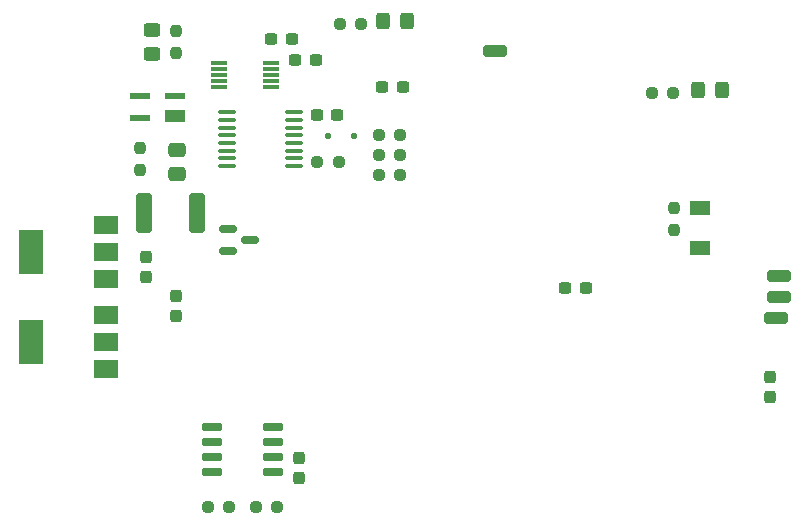
<source format=gbr>
%TF.GenerationSoftware,KiCad,Pcbnew,8.0.4*%
%TF.CreationDate,2024-10-26T11:38:59+11:00*%
%TF.ProjectId,INK-128DA28,494e4b2d-3132-4384-9441-32382e6b6963,1.1*%
%TF.SameCoordinates,Original*%
%TF.FileFunction,Paste,Top*%
%TF.FilePolarity,Positive*%
%FSLAX46Y46*%
G04 Gerber Fmt 4.6, Leading zero omitted, Abs format (unit mm)*
G04 Created by KiCad (PCBNEW 8.0.4) date 2024-10-26 11:38:59*
%MOMM*%
%LPD*%
G01*
G04 APERTURE LIST*
G04 Aperture macros list*
%AMRoundRect*
0 Rectangle with rounded corners*
0 $1 Rounding radius*
0 $2 $3 $4 $5 $6 $7 $8 $9 X,Y pos of 4 corners*
0 Add a 4 corners polygon primitive as box body*
4,1,4,$2,$3,$4,$5,$6,$7,$8,$9,$2,$3,0*
0 Add four circle primitives for the rounded corners*
1,1,$1+$1,$2,$3*
1,1,$1+$1,$4,$5*
1,1,$1+$1,$6,$7*
1,1,$1+$1,$8,$9*
0 Add four rect primitives between the rounded corners*
20,1,$1+$1,$2,$3,$4,$5,0*
20,1,$1+$1,$4,$5,$6,$7,0*
20,1,$1+$1,$6,$7,$8,$9,0*
20,1,$1+$1,$8,$9,$2,$3,0*%
G04 Aperture macros list end*
%ADD10RoundRect,0.237500X0.300000X0.237500X-0.300000X0.237500X-0.300000X-0.237500X0.300000X-0.237500X0*%
%ADD11RoundRect,0.237500X0.250000X0.237500X-0.250000X0.237500X-0.250000X-0.237500X0.250000X-0.237500X0*%
%ADD12RoundRect,0.250000X-0.750000X0.250000X-0.750000X-0.250000X0.750000X-0.250000X0.750000X0.250000X0*%
%ADD13RoundRect,0.237500X-0.237500X0.300000X-0.237500X-0.300000X0.237500X-0.300000X0.237500X0.300000X0*%
%ADD14R,1.400000X0.300000*%
%ADD15RoundRect,0.237500X-0.237500X0.250000X-0.237500X-0.250000X0.237500X-0.250000X0.237500X0.250000X0*%
%ADD16RoundRect,0.125000X-0.125000X-0.125000X0.125000X-0.125000X0.125000X0.125000X-0.125000X0.125000X0*%
%ADD17RoundRect,0.100000X-0.637500X-0.100000X0.637500X-0.100000X0.637500X0.100000X-0.637500X0.100000X0*%
%ADD18RoundRect,0.237500X-0.250000X-0.237500X0.250000X-0.237500X0.250000X0.237500X-0.250000X0.237500X0*%
%ADD19RoundRect,0.250000X0.750000X-0.250000X0.750000X0.250000X-0.750000X0.250000X-0.750000X-0.250000X0*%
%ADD20RoundRect,0.250000X0.325000X0.450000X-0.325000X0.450000X-0.325000X-0.450000X0.325000X-0.450000X0*%
%ADD21R,2.000000X1.500000*%
%ADD22R,2.000000X3.800000*%
%ADD23RoundRect,0.250000X0.400000X1.450000X-0.400000X1.450000X-0.400000X-1.450000X0.400000X-1.450000X0*%
%ADD24RoundRect,0.250000X-0.450000X0.325000X-0.450000X-0.325000X0.450000X-0.325000X0.450000X0.325000X0*%
%ADD25R,1.700000X1.000000*%
%ADD26R,1.700000X0.600000*%
%ADD27RoundRect,0.063000X-0.767000X0.567000X-0.767000X-0.567000X0.767000X-0.567000X0.767000X0.567000X0*%
%ADD28RoundRect,0.150000X-0.587500X-0.150000X0.587500X-0.150000X0.587500X0.150000X-0.587500X0.150000X0*%
%ADD29RoundRect,0.237500X0.237500X-0.300000X0.237500X0.300000X-0.237500X0.300000X-0.237500X-0.300000X0*%
%ADD30RoundRect,0.237500X-0.300000X-0.237500X0.300000X-0.237500X0.300000X0.237500X-0.300000X0.237500X0*%
%ADD31RoundRect,0.250000X-0.475000X0.337500X-0.475000X-0.337500X0.475000X-0.337500X0.475000X0.337500X0*%
%ADD32RoundRect,0.150000X-0.725000X-0.150000X0.725000X-0.150000X0.725000X0.150000X-0.725000X0.150000X0*%
G04 APERTURE END LIST*
D10*
%TO.C,C2*%
X107542500Y-105156000D03*
X105817500Y-105156000D03*
%TD*%
D11*
%TO.C,R12*%
X109532500Y-113790000D03*
X107707500Y-113790000D03*
%TD*%
D10*
%TO.C,C14*%
X109382500Y-109820000D03*
X107657500Y-109820000D03*
%TD*%
D12*
%TO.C,J3*%
X146812000Y-125222000D03*
%TD*%
D13*
%TO.C,C11*%
X93218000Y-121819500D03*
X93218000Y-123544500D03*
%TD*%
D12*
%TO.C,J4*%
X146812000Y-123444000D03*
%TD*%
D14*
%TO.C,U2*%
X99400000Y-105426000D03*
X99400000Y-105926000D03*
X99400000Y-106426000D03*
X99400000Y-106926000D03*
X99400000Y-107426000D03*
X103800000Y-107426000D03*
X103800000Y-106926000D03*
X103800000Y-106426000D03*
X103800000Y-105926000D03*
X103800000Y-105426000D03*
%TD*%
D15*
%TO.C,R3*%
X92710000Y-112625500D03*
X92710000Y-114450500D03*
%TD*%
D11*
%TO.C,R11*%
X114704500Y-111506000D03*
X112879500Y-111506000D03*
%TD*%
D16*
%TO.C,D8*%
X108562500Y-111610000D03*
X110762500Y-111610000D03*
%TD*%
D13*
%TO.C,C7*%
X146050000Y-131979500D03*
X146050000Y-133704500D03*
%TD*%
D17*
%TO.C,U7*%
X100027500Y-109585000D03*
X100027500Y-110235000D03*
X100027500Y-110885000D03*
X100027500Y-111535000D03*
X100027500Y-112185000D03*
X100027500Y-112835000D03*
X100027500Y-113485000D03*
X100027500Y-114135000D03*
X105752500Y-114135000D03*
X105752500Y-113485000D03*
X105752500Y-112835000D03*
X105752500Y-112185000D03*
X105752500Y-111535000D03*
X105752500Y-110885000D03*
X105752500Y-110235000D03*
X105752500Y-109585000D03*
%TD*%
D18*
%TO.C,R4*%
X109577500Y-102108000D03*
X111402500Y-102108000D03*
%TD*%
D11*
%TO.C,R7*%
X114704500Y-114900000D03*
X112879500Y-114900000D03*
%TD*%
D10*
%TO.C,C12*%
X105510500Y-103378000D03*
X103785500Y-103378000D03*
%TD*%
%TO.C,C8*%
X130402500Y-124460000D03*
X128677500Y-124460000D03*
%TD*%
D15*
%TO.C,R6*%
X137922000Y-117705500D03*
X137922000Y-119530500D03*
%TD*%
D19*
%TO.C,J7*%
X146558000Y-127000000D03*
%TD*%
D20*
%TO.C,D6*%
X141995000Y-107696000D03*
X139945000Y-107696000D03*
%TD*%
D21*
%TO.C,U5*%
X89764000Y-123712000D03*
X89764000Y-121412000D03*
D22*
X83464000Y-121412000D03*
D21*
X89764000Y-119112000D03*
%TD*%
D23*
%TO.C,F1*%
X97475000Y-118110000D03*
X93025000Y-118110000D03*
%TD*%
D24*
%TO.C,D3*%
X93726000Y-102607000D03*
X93726000Y-104657000D03*
%TD*%
D18*
%TO.C,R8*%
X112879500Y-113230000D03*
X114704500Y-113230000D03*
%TD*%
D25*
%TO.C,D1*%
X95670000Y-109890000D03*
D26*
X95670000Y-108190000D03*
X92670000Y-108190000D03*
X92670000Y-110090000D03*
%TD*%
D27*
%TO.C,D4*%
X140070000Y-121110000D03*
X140070000Y-117710000D03*
%TD*%
D28*
%TO.C,Q1*%
X100154500Y-119446000D03*
X100154500Y-121346000D03*
X102029500Y-120396000D03*
%TD*%
D21*
%TO.C,U4*%
X89764000Y-131332000D03*
X89764000Y-129032000D03*
D22*
X83464000Y-129032000D03*
D21*
X89764000Y-126732000D03*
%TD*%
D18*
%TO.C,R1*%
X98401500Y-143002000D03*
X100226500Y-143002000D03*
%TD*%
D29*
%TO.C,C13*%
X95758000Y-126846500D03*
X95758000Y-125121500D03*
%TD*%
D30*
%TO.C,C4*%
X113183500Y-107442000D03*
X114908500Y-107442000D03*
%TD*%
D31*
%TO.C,C1*%
X95850000Y-112754500D03*
X95850000Y-114829500D03*
%TD*%
D15*
%TO.C,R5*%
X95758000Y-102719500D03*
X95758000Y-104544500D03*
%TD*%
D18*
%TO.C,R2*%
X102465500Y-143002000D03*
X104290500Y-143002000D03*
%TD*%
D20*
%TO.C,D2*%
X115325000Y-101854000D03*
X113275000Y-101854000D03*
%TD*%
D18*
%TO.C,R9*%
X135993500Y-107950000D03*
X137818500Y-107950000D03*
%TD*%
D13*
%TO.C,C3*%
X106172000Y-138837500D03*
X106172000Y-140562500D03*
%TD*%
D32*
%TO.C,U1*%
X98771000Y-136271000D03*
X98771000Y-137541000D03*
X98771000Y-138811000D03*
X98771000Y-140081000D03*
X103921000Y-140081000D03*
X103921000Y-138811000D03*
X103921000Y-137541000D03*
X103921000Y-136271000D03*
%TD*%
D19*
%TO.C,J5*%
X122700000Y-104380000D03*
%TD*%
M02*

</source>
